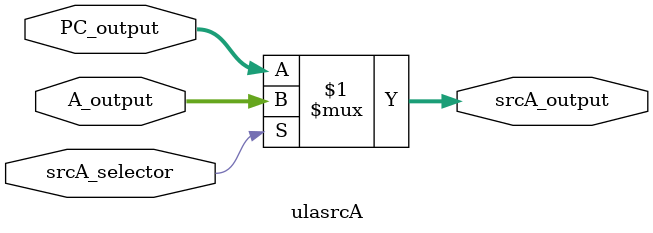
<source format=v>
module ulasrcA(
    input wire srcA_selector,
    input wire [31:0] PC_output,
    input wire [31:0] A_output,
    output wire [31:0] srcA_output
);

    assign srcA_output = (srcA_selector) ? A_output : PC_output;

endmodule

</source>
